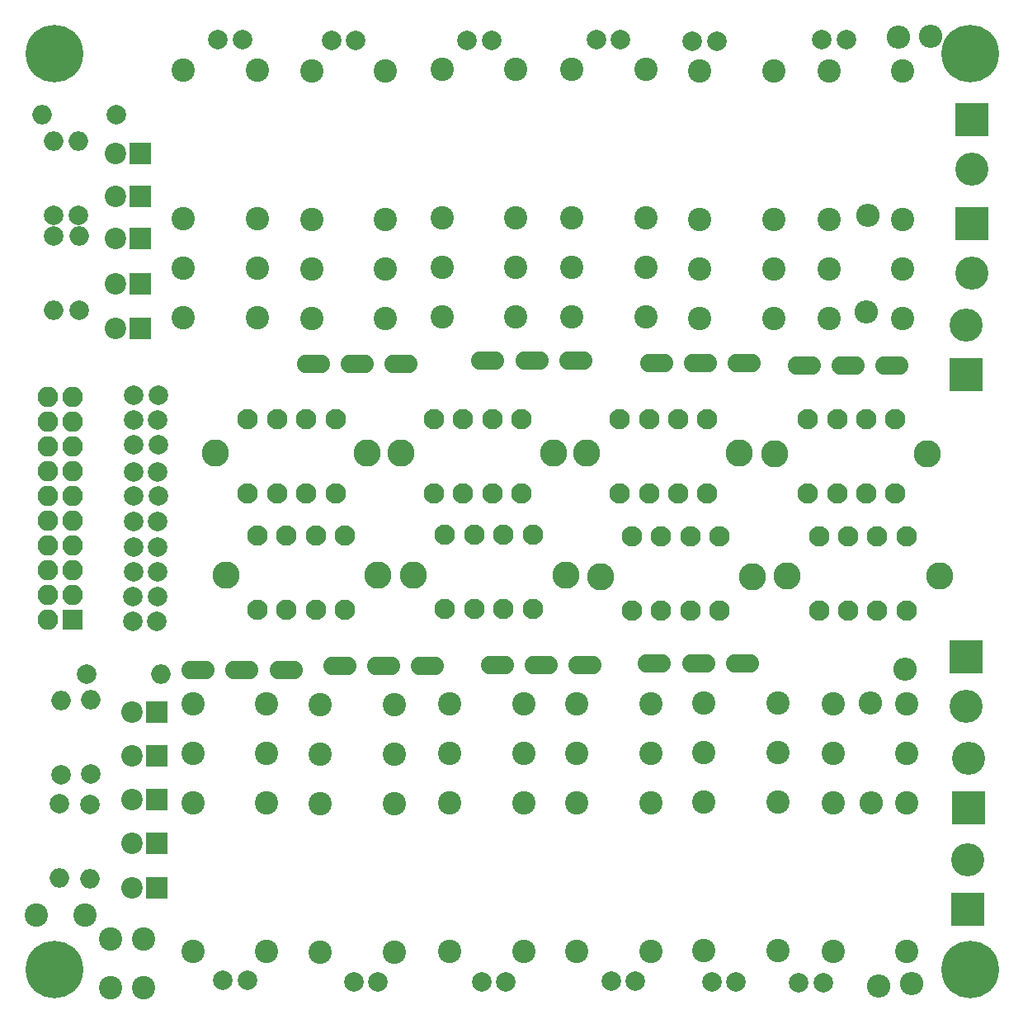
<source format=gbr>
G04 #@! TF.FileFunction,Soldermask,Bot*
%FSLAX46Y46*%
G04 Gerber Fmt 4.6, Leading zero omitted, Abs format (unit mm)*
G04 Created by KiCad (PCBNEW 4.0.7) date 03/26/19 11:30:58*
%MOMM*%
%LPD*%
G01*
G04 APERTURE LIST*
%ADD10C,0.100000*%
%ADD11C,2.000000*%
%ADD12O,2.000000X2.000000*%
%ADD13R,2.200000X2.200000*%
%ADD14C,2.200000*%
%ADD15R,3.400000X3.400000*%
%ADD16C,3.400000*%
%ADD17C,5.900000*%
%ADD18O,3.400000X1.900000*%
%ADD19R,2.100000X2.100000*%
%ADD20O,2.100000X2.100000*%
%ADD21C,2.400000*%
%ADD22C,2.100000*%
%ADD23C,2.800000*%
%ADD24O,2.400000X2.400000*%
G04 APERTURE END LIST*
D10*
D11*
X53479700Y-129921000D03*
D12*
X53479700Y-137541000D03*
D11*
X81432400Y-51612800D03*
X83932400Y-51612800D03*
X63535560Y-111257080D03*
X61035560Y-111257080D03*
D13*
X63538100Y-129552700D03*
D14*
X60998100Y-129552700D03*
D11*
X52946300Y-71691500D03*
D12*
X52946300Y-79311500D03*
D13*
X63538100Y-138582400D03*
D14*
X60998100Y-138582400D03*
D13*
X63538100Y-133997700D03*
D14*
X60998100Y-133997700D03*
D15*
X146570700Y-114871500D03*
D16*
X146570700Y-119951500D03*
D15*
X147116800Y-70408800D03*
D16*
X147116800Y-75488800D03*
D11*
X112649000Y-148183600D03*
X110149000Y-148183600D03*
X99339400Y-148234400D03*
X96839400Y-148234400D03*
X86207600Y-148209000D03*
X83707600Y-148209000D03*
X72796400Y-148107400D03*
X70296400Y-148107400D03*
X69773800Y-51587400D03*
X72273800Y-51587400D03*
X95351600Y-51612800D03*
X97851600Y-51612800D03*
X108610400Y-51562000D03*
X111110400Y-51562000D03*
X118491000Y-51689000D03*
X120991000Y-51689000D03*
X131876800Y-148310600D03*
X129376800Y-148310600D03*
X59334400Y-59283600D03*
D12*
X51714400Y-59283600D03*
D15*
X147116800Y-59740800D03*
D16*
X147116800Y-64820800D03*
D17*
X147000000Y-53000000D03*
X53000000Y-147000000D03*
D11*
X52920900Y-69596000D03*
D12*
X52920900Y-61976000D03*
D13*
X63538100Y-125031500D03*
D14*
X60998100Y-125031500D03*
D13*
X63512700Y-120535700D03*
D14*
X60972700Y-120535700D03*
D13*
X61800000Y-81200000D03*
D14*
X59260000Y-81200000D03*
D13*
X61800000Y-76600000D03*
D14*
X59260000Y-76600000D03*
D13*
X61800000Y-72000000D03*
D14*
X59260000Y-72000000D03*
D11*
X56667400Y-130048000D03*
D12*
X56667400Y-137668000D03*
D11*
X53644800Y-127025400D03*
D12*
X53644800Y-119405400D03*
D11*
X56730900Y-126949200D03*
D12*
X56730900Y-119329200D03*
D11*
X56273700Y-116624100D03*
D12*
X63893700Y-116624100D03*
D11*
X55525000Y-79325000D03*
D12*
X55525000Y-71705000D03*
D11*
X55475000Y-69625000D03*
D12*
X55475000Y-62005000D03*
D18*
X119329200Y-84734400D03*
X123829200Y-84734400D03*
X114829200Y-84734400D03*
X102000000Y-84500000D03*
X106500000Y-84500000D03*
X97500000Y-84500000D03*
X84100000Y-84800000D03*
X88600000Y-84800000D03*
X79600000Y-84800000D03*
X86817200Y-115824000D03*
X82317200Y-115824000D03*
X91317200Y-115824000D03*
X102950000Y-115750000D03*
X98450000Y-115750000D03*
X107450000Y-115750000D03*
X119100000Y-115600000D03*
X114600000Y-115600000D03*
X123600000Y-115600000D03*
D13*
X61800000Y-67600000D03*
D14*
X59260000Y-67600000D03*
D13*
X61800000Y-63200000D03*
D14*
X59260000Y-63200000D03*
D18*
X72263000Y-116205000D03*
X67763000Y-116205000D03*
X76763000Y-116205000D03*
D15*
X146710400Y-140817600D03*
D16*
X146710400Y-135737600D03*
D15*
X146812000Y-130352800D03*
D16*
X146812000Y-125272800D03*
D15*
X146573240Y-85887560D03*
D16*
X146573240Y-80807560D03*
D18*
X134447280Y-84993480D03*
X129947280Y-84993480D03*
X138947280Y-84993480D03*
D19*
X54864000Y-111061500D03*
D20*
X52324000Y-111061500D03*
X54864000Y-108521500D03*
X52324000Y-108521500D03*
X54864000Y-105981500D03*
X52324000Y-105981500D03*
X54864000Y-103441500D03*
X52324000Y-103441500D03*
X54864000Y-100901500D03*
X52324000Y-100901500D03*
X54864000Y-98361500D03*
X52324000Y-98361500D03*
X54864000Y-95821500D03*
X52324000Y-95821500D03*
X54864000Y-93281500D03*
X52324000Y-93281500D03*
X54864000Y-90741500D03*
X52324000Y-90741500D03*
X54864000Y-88201500D03*
X52324000Y-88201500D03*
D11*
X122961400Y-148259800D03*
X120461400Y-148259800D03*
X131775200Y-51587400D03*
X134275200Y-51587400D03*
X63652400Y-88011000D03*
X61152400Y-88011000D03*
X63601600Y-90627200D03*
X61101600Y-90627200D03*
X63652400Y-93141800D03*
X61152400Y-93141800D03*
X63601600Y-95935800D03*
X61101600Y-95935800D03*
X63652400Y-98399600D03*
X61152400Y-98399600D03*
X63601600Y-101041200D03*
X61101600Y-101041200D03*
X63627000Y-103632000D03*
X61127000Y-103632000D03*
X63627000Y-106146600D03*
X61127000Y-106146600D03*
X63591440Y-108686600D03*
X61091440Y-108686600D03*
D17*
X53000000Y-53000000D03*
D21*
X58790840Y-148859240D03*
X58790840Y-143859240D03*
X62191900Y-148805900D03*
X62191900Y-143805900D03*
X56121300Y-141401800D03*
X51121300Y-141401800D03*
D17*
X147000000Y-147000000D03*
D22*
X93094800Y-109968800D03*
X96094800Y-109968800D03*
X99094800Y-109968800D03*
X102094800Y-109968800D03*
X93094800Y-102365800D03*
X96094800Y-102365800D03*
X99094800Y-102365800D03*
X102094800Y-102365800D03*
D23*
X89840800Y-106476800D03*
X105460800Y-106476800D03*
D22*
X112271800Y-110146600D03*
X115271800Y-110146600D03*
X118271800Y-110146600D03*
X121271800Y-110146600D03*
X112271800Y-102543600D03*
X115271800Y-102543600D03*
X118271800Y-102543600D03*
X121271800Y-102543600D03*
D23*
X109017800Y-106654600D03*
X124637800Y-106654600D03*
D22*
X131461500Y-110108500D03*
X134461500Y-110108500D03*
X137461500Y-110108500D03*
X140461500Y-110108500D03*
X131461500Y-102505500D03*
X134461500Y-102505500D03*
X137461500Y-102505500D03*
X140461500Y-102505500D03*
D23*
X128207500Y-106616500D03*
X143827500Y-106616500D03*
D22*
X73841600Y-110019600D03*
X76841600Y-110019600D03*
X79841600Y-110019600D03*
X82841600Y-110019600D03*
X73841600Y-102416600D03*
X76841600Y-102416600D03*
X79841600Y-102416600D03*
X82841600Y-102416600D03*
D23*
X70587600Y-106527600D03*
X86207600Y-106527600D03*
D22*
X81860400Y-90488000D03*
X78860400Y-90488000D03*
X75860400Y-90488000D03*
X72860400Y-90488000D03*
X81860400Y-98091000D03*
X78860400Y-98091000D03*
X75860400Y-98091000D03*
X72860400Y-98091000D03*
D23*
X85114400Y-93980000D03*
X69494400Y-93980000D03*
D22*
X100946000Y-90508000D03*
X97946000Y-90508000D03*
X94946000Y-90508000D03*
X91946000Y-90508000D03*
X100946000Y-98111000D03*
X97946000Y-98111000D03*
X94946000Y-98111000D03*
X91946000Y-98111000D03*
D23*
X104200000Y-94000000D03*
X88580000Y-94000000D03*
D22*
X120011200Y-90488000D03*
X117011200Y-90488000D03*
X114011200Y-90488000D03*
X111011200Y-90488000D03*
X120011200Y-98091000D03*
X117011200Y-98091000D03*
X114011200Y-98091000D03*
X111011200Y-98091000D03*
D23*
X123265200Y-93980000D03*
X107645200Y-93980000D03*
D22*
X139315200Y-90538800D03*
X136315200Y-90538800D03*
X133315200Y-90538800D03*
X130315200Y-90538800D03*
X139315200Y-98141800D03*
X136315200Y-98141800D03*
X133315200Y-98141800D03*
X130315200Y-98141800D03*
D23*
X142569200Y-94030800D03*
X126949200Y-94030800D03*
D21*
X132900000Y-145100000D03*
X132900000Y-129860000D03*
X132900000Y-119700000D03*
X132900000Y-124780000D03*
X140500000Y-145100000D03*
X140500000Y-124780000D03*
X140500000Y-129860000D03*
X140500000Y-119700000D03*
X119644000Y-145064500D03*
X119644000Y-129824500D03*
X119644000Y-119664500D03*
X119644000Y-124744500D03*
X127244000Y-145064500D03*
X127244000Y-124744500D03*
X127244000Y-129824500D03*
X127244000Y-119664500D03*
X140071000Y-54770000D03*
X140071000Y-70010000D03*
X140071000Y-80170000D03*
X140071000Y-75090000D03*
X132471000Y-54770000D03*
X132471000Y-75090000D03*
X132471000Y-70010000D03*
X132471000Y-80170000D03*
X113700000Y-54600000D03*
X113700000Y-69840000D03*
X113700000Y-80000000D03*
X113700000Y-74920000D03*
X106100000Y-54600000D03*
X106100000Y-74920000D03*
X106100000Y-69840000D03*
X106100000Y-80000000D03*
X100370800Y-54617600D03*
X100370800Y-69857600D03*
X100370800Y-80017600D03*
X100370800Y-74937600D03*
X92770800Y-54617600D03*
X92770800Y-74937600D03*
X92770800Y-69857600D03*
X92770800Y-80017600D03*
X87000000Y-54800000D03*
X87000000Y-70040000D03*
X87000000Y-80200000D03*
X87000000Y-75120000D03*
X79400000Y-54800000D03*
X79400000Y-75120000D03*
X79400000Y-70040000D03*
X79400000Y-80200000D03*
X73800000Y-54700000D03*
X73800000Y-69940000D03*
X73800000Y-80100000D03*
X73800000Y-75020000D03*
X66200000Y-54700000D03*
X66200000Y-75020000D03*
X66200000Y-69940000D03*
X66200000Y-80100000D03*
X67200000Y-145100000D03*
X67200000Y-129860000D03*
X67200000Y-119700000D03*
X67200000Y-124780000D03*
X74800000Y-145100000D03*
X74800000Y-124780000D03*
X74800000Y-129860000D03*
X74800000Y-119700000D03*
X93545500Y-145115300D03*
X93545500Y-129875300D03*
X93545500Y-119715300D03*
X93545500Y-124795300D03*
X101145500Y-145115300D03*
X101145500Y-124795300D03*
X101145500Y-129875300D03*
X101145500Y-119715300D03*
X106613800Y-145115300D03*
X106613800Y-129875300D03*
X106613800Y-119715300D03*
X106613800Y-124795300D03*
X114213800Y-145115300D03*
X114213800Y-124795300D03*
X114213800Y-129875300D03*
X114213800Y-119715300D03*
X80300000Y-145200000D03*
X80300000Y-129960000D03*
X80300000Y-119800000D03*
X80300000Y-124880000D03*
X87900000Y-145200000D03*
X87900000Y-124880000D03*
X87900000Y-129960000D03*
X87900000Y-119800000D03*
X126800000Y-54800000D03*
X126800000Y-70040000D03*
X126800000Y-80200000D03*
X126800000Y-75120000D03*
X119200000Y-54800000D03*
X119200000Y-75120000D03*
X119200000Y-70040000D03*
X119200000Y-80200000D03*
D24*
X136723120Y-119613680D03*
X136824720Y-129844800D03*
X140299440Y-116149120D03*
X136458960Y-69555360D03*
X136306560Y-79517240D03*
X140995400Y-148437600D03*
X137591800Y-148640800D03*
X142951200Y-51206400D03*
X139623800Y-51282600D03*
M02*

</source>
